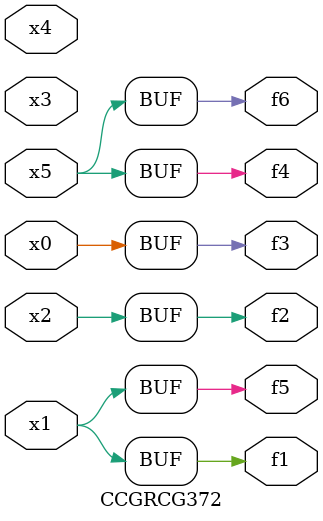
<source format=v>
module CCGRCG372(
	input x0, x1, x2, x3, x4, x5,
	output f1, f2, f3, f4, f5, f6
);
	assign f1 = x1;
	assign f2 = x2;
	assign f3 = x0;
	assign f4 = x5;
	assign f5 = x1;
	assign f6 = x5;
endmodule

</source>
